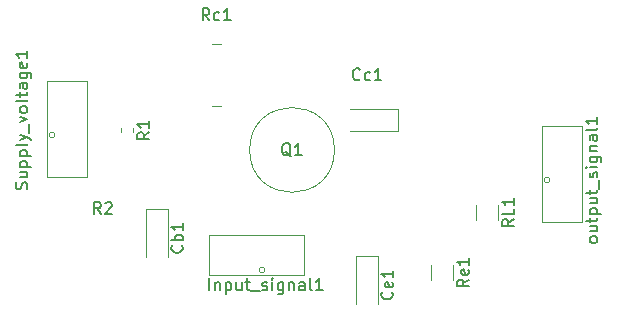
<source format=gto>
G04 #@! TF.GenerationSoftware,KiCad,Pcbnew,5.1.2-f72e74a~84~ubuntu18.04.1*
G04 #@! TF.CreationDate,2019-06-13T09:44:25+02:00*
G04 #@! TF.ProjectId,ampli_tres_simple,616d706c-695f-4747-9265-735f73696d70,rev?*
G04 #@! TF.SameCoordinates,Original*
G04 #@! TF.FileFunction,Legend,Top*
G04 #@! TF.FilePolarity,Positive*
%FSLAX46Y46*%
G04 Gerber Fmt 4.6, Leading zero omitted, Abs format (unit mm)*
G04 Created by KiCad (PCBNEW 5.1.2-f72e74a~84~ubuntu18.04.1) date 2019-06-13 09:44:25*
%MOMM*%
%LPD*%
G04 APERTURE LIST*
%ADD10C,0.120000*%
%ADD11C,0.150000*%
G04 APERTURE END LIST*
D10*
X170540000Y-136775436D02*
X170540000Y-137979564D01*
X172360000Y-136775436D02*
X172360000Y-137979564D01*
X174350000Y-131695436D02*
X174350000Y-132899564D01*
X176170000Y-131695436D02*
X176170000Y-132899564D01*
X151981248Y-123260000D02*
X152703752Y-123260000D01*
X151981248Y-118040000D02*
X152703752Y-118040000D01*
X180590000Y-129540000D02*
G75*
G03X180590000Y-129540000I-250000J0D01*
G01*
X179910000Y-133110000D02*
X179910000Y-125010000D01*
X183310000Y-125010000D02*
X183310000Y-133110000D01*
X179910000Y-133110000D02*
X183310000Y-133110000D01*
X179910000Y-125010000D02*
X183310000Y-125010000D01*
X167752500Y-123525000D02*
X163667500Y-123525000D01*
X167752500Y-125395000D02*
X167752500Y-123525000D01*
X163667500Y-125395000D02*
X167752500Y-125395000D01*
X138680000Y-125730000D02*
G75*
G03X138680000Y-125730000I-250000J0D01*
G01*
X138000000Y-129300000D02*
X138000000Y-121200000D01*
X141400000Y-121200000D02*
X141400000Y-129300000D01*
X138000000Y-129300000D02*
X141400000Y-129300000D01*
X138000000Y-121200000D02*
X141400000Y-121200000D01*
X162342102Y-127000000D02*
G75*
G03X162342102Y-127000000I-3592102J0D01*
G01*
X144270000Y-125163733D02*
X144270000Y-125506267D01*
X145290000Y-125163733D02*
X145290000Y-125506267D01*
X156460000Y-137160000D02*
G75*
G03X156460000Y-137160000I-250000J0D01*
G01*
X159780000Y-137590000D02*
X151680000Y-137590000D01*
X151680000Y-134190000D02*
X159780000Y-134190000D01*
X159780000Y-137590000D02*
X159780000Y-134190000D01*
X151680000Y-137590000D02*
X151680000Y-134190000D01*
X164165000Y-135945000D02*
X164165000Y-140030000D01*
X166035000Y-135945000D02*
X164165000Y-135945000D01*
X166035000Y-140030000D02*
X166035000Y-135945000D01*
X146385000Y-131967500D02*
X146385000Y-136052500D01*
X148255000Y-131967500D02*
X146385000Y-131967500D01*
X148255000Y-136052500D02*
X148255000Y-131967500D01*
D11*
X173722380Y-137972738D02*
X173246190Y-138306071D01*
X173722380Y-138544166D02*
X172722380Y-138544166D01*
X172722380Y-138163214D01*
X172770000Y-138067976D01*
X172817619Y-138020357D01*
X172912857Y-137972738D01*
X173055714Y-137972738D01*
X173150952Y-138020357D01*
X173198571Y-138067976D01*
X173246190Y-138163214D01*
X173246190Y-138544166D01*
X173674761Y-137163214D02*
X173722380Y-137258452D01*
X173722380Y-137448928D01*
X173674761Y-137544166D01*
X173579523Y-137591785D01*
X173198571Y-137591785D01*
X173103333Y-137544166D01*
X173055714Y-137448928D01*
X173055714Y-137258452D01*
X173103333Y-137163214D01*
X173198571Y-137115595D01*
X173293809Y-137115595D01*
X173389047Y-137591785D01*
X173722380Y-136163214D02*
X173722380Y-136734642D01*
X173722380Y-136448928D02*
X172722380Y-136448928D01*
X172865238Y-136544166D01*
X172960476Y-136639404D01*
X173008095Y-136734642D01*
X177532380Y-132868928D02*
X177056190Y-133202261D01*
X177532380Y-133440357D02*
X176532380Y-133440357D01*
X176532380Y-133059404D01*
X176580000Y-132964166D01*
X176627619Y-132916547D01*
X176722857Y-132868928D01*
X176865714Y-132868928D01*
X176960952Y-132916547D01*
X177008571Y-132964166D01*
X177056190Y-133059404D01*
X177056190Y-133440357D01*
X177532380Y-131964166D02*
X177532380Y-132440357D01*
X176532380Y-132440357D01*
X177532380Y-131107023D02*
X177532380Y-131678452D01*
X177532380Y-131392738D02*
X176532380Y-131392738D01*
X176675238Y-131487976D01*
X176770476Y-131583214D01*
X176818095Y-131678452D01*
X151747261Y-116022380D02*
X151413928Y-115546190D01*
X151175833Y-116022380D02*
X151175833Y-115022380D01*
X151556785Y-115022380D01*
X151652023Y-115070000D01*
X151699642Y-115117619D01*
X151747261Y-115212857D01*
X151747261Y-115355714D01*
X151699642Y-115450952D01*
X151652023Y-115498571D01*
X151556785Y-115546190D01*
X151175833Y-115546190D01*
X152604404Y-115974761D02*
X152509166Y-116022380D01*
X152318690Y-116022380D01*
X152223452Y-115974761D01*
X152175833Y-115927142D01*
X152128214Y-115831904D01*
X152128214Y-115546190D01*
X152175833Y-115450952D01*
X152223452Y-115403333D01*
X152318690Y-115355714D01*
X152509166Y-115355714D01*
X152604404Y-115403333D01*
X153556785Y-116022380D02*
X152985357Y-116022380D01*
X153271071Y-116022380D02*
X153271071Y-115022380D01*
X153175833Y-115165238D01*
X153080595Y-115260476D01*
X152985357Y-115308095D01*
X184602380Y-134659047D02*
X184554761Y-134754285D01*
X184507142Y-134801904D01*
X184411904Y-134849523D01*
X184126190Y-134849523D01*
X184030952Y-134801904D01*
X183983333Y-134754285D01*
X183935714Y-134659047D01*
X183935714Y-134516190D01*
X183983333Y-134420952D01*
X184030952Y-134373333D01*
X184126190Y-134325714D01*
X184411904Y-134325714D01*
X184507142Y-134373333D01*
X184554761Y-134420952D01*
X184602380Y-134516190D01*
X184602380Y-134659047D01*
X183935714Y-133468571D02*
X184602380Y-133468571D01*
X183935714Y-133897142D02*
X184459523Y-133897142D01*
X184554761Y-133849523D01*
X184602380Y-133754285D01*
X184602380Y-133611428D01*
X184554761Y-133516190D01*
X184507142Y-133468571D01*
X183935714Y-133135238D02*
X183935714Y-132754285D01*
X183602380Y-132992380D02*
X184459523Y-132992380D01*
X184554761Y-132944761D01*
X184602380Y-132849523D01*
X184602380Y-132754285D01*
X183935714Y-132420952D02*
X184935714Y-132420952D01*
X183983333Y-132420952D02*
X183935714Y-132325714D01*
X183935714Y-132135238D01*
X183983333Y-132040000D01*
X184030952Y-131992380D01*
X184126190Y-131944761D01*
X184411904Y-131944761D01*
X184507142Y-131992380D01*
X184554761Y-132040000D01*
X184602380Y-132135238D01*
X184602380Y-132325714D01*
X184554761Y-132420952D01*
X183935714Y-131087619D02*
X184602380Y-131087619D01*
X183935714Y-131516190D02*
X184459523Y-131516190D01*
X184554761Y-131468571D01*
X184602380Y-131373333D01*
X184602380Y-131230476D01*
X184554761Y-131135238D01*
X184507142Y-131087619D01*
X183935714Y-130754285D02*
X183935714Y-130373333D01*
X183602380Y-130611428D02*
X184459523Y-130611428D01*
X184554761Y-130563809D01*
X184602380Y-130468571D01*
X184602380Y-130373333D01*
X184697619Y-130278095D02*
X184697619Y-129516190D01*
X184554761Y-129325714D02*
X184602380Y-129230476D01*
X184602380Y-129040000D01*
X184554761Y-128944761D01*
X184459523Y-128897142D01*
X184411904Y-128897142D01*
X184316666Y-128944761D01*
X184269047Y-129040000D01*
X184269047Y-129182857D01*
X184221428Y-129278095D01*
X184126190Y-129325714D01*
X184078571Y-129325714D01*
X183983333Y-129278095D01*
X183935714Y-129182857D01*
X183935714Y-129040000D01*
X183983333Y-128944761D01*
X184602380Y-128468571D02*
X183935714Y-128468571D01*
X183602380Y-128468571D02*
X183650000Y-128516190D01*
X183697619Y-128468571D01*
X183650000Y-128420952D01*
X183602380Y-128468571D01*
X183697619Y-128468571D01*
X183935714Y-127563809D02*
X184745238Y-127563809D01*
X184840476Y-127611428D01*
X184888095Y-127659047D01*
X184935714Y-127754285D01*
X184935714Y-127897142D01*
X184888095Y-127992380D01*
X184554761Y-127563809D02*
X184602380Y-127659047D01*
X184602380Y-127849523D01*
X184554761Y-127944761D01*
X184507142Y-127992380D01*
X184411904Y-128040000D01*
X184126190Y-128040000D01*
X184030952Y-127992380D01*
X183983333Y-127944761D01*
X183935714Y-127849523D01*
X183935714Y-127659047D01*
X183983333Y-127563809D01*
X183935714Y-127087619D02*
X184602380Y-127087619D01*
X184030952Y-127087619D02*
X183983333Y-127040000D01*
X183935714Y-126944761D01*
X183935714Y-126801904D01*
X183983333Y-126706666D01*
X184078571Y-126659047D01*
X184602380Y-126659047D01*
X184602380Y-125754285D02*
X184078571Y-125754285D01*
X183983333Y-125801904D01*
X183935714Y-125897142D01*
X183935714Y-126087619D01*
X183983333Y-126182857D01*
X184554761Y-125754285D02*
X184602380Y-125849523D01*
X184602380Y-126087619D01*
X184554761Y-126182857D01*
X184459523Y-126230476D01*
X184364285Y-126230476D01*
X184269047Y-126182857D01*
X184221428Y-126087619D01*
X184221428Y-125849523D01*
X184173809Y-125754285D01*
X184602380Y-125135238D02*
X184554761Y-125230476D01*
X184459523Y-125278095D01*
X183602380Y-125278095D01*
X184602380Y-124230476D02*
X184602380Y-124801904D01*
X184602380Y-124516190D02*
X183602380Y-124516190D01*
X183745238Y-124611428D01*
X183840476Y-124706666D01*
X183888095Y-124801904D01*
X164504761Y-121007142D02*
X164457142Y-121054761D01*
X164314285Y-121102380D01*
X164219047Y-121102380D01*
X164076190Y-121054761D01*
X163980952Y-120959523D01*
X163933333Y-120864285D01*
X163885714Y-120673809D01*
X163885714Y-120530952D01*
X163933333Y-120340476D01*
X163980952Y-120245238D01*
X164076190Y-120150000D01*
X164219047Y-120102380D01*
X164314285Y-120102380D01*
X164457142Y-120150000D01*
X164504761Y-120197619D01*
X165361904Y-121054761D02*
X165266666Y-121102380D01*
X165076190Y-121102380D01*
X164980952Y-121054761D01*
X164933333Y-121007142D01*
X164885714Y-120911904D01*
X164885714Y-120626190D01*
X164933333Y-120530952D01*
X164980952Y-120483333D01*
X165076190Y-120435714D01*
X165266666Y-120435714D01*
X165361904Y-120483333D01*
X166314285Y-121102380D02*
X165742857Y-121102380D01*
X166028571Y-121102380D02*
X166028571Y-120102380D01*
X165933333Y-120245238D01*
X165838095Y-120340476D01*
X165742857Y-120388095D01*
X136294761Y-130317142D02*
X136342380Y-130174285D01*
X136342380Y-129936190D01*
X136294761Y-129840952D01*
X136247142Y-129793333D01*
X136151904Y-129745714D01*
X136056666Y-129745714D01*
X135961428Y-129793333D01*
X135913809Y-129840952D01*
X135866190Y-129936190D01*
X135818571Y-130126666D01*
X135770952Y-130221904D01*
X135723333Y-130269523D01*
X135628095Y-130317142D01*
X135532857Y-130317142D01*
X135437619Y-130269523D01*
X135390000Y-130221904D01*
X135342380Y-130126666D01*
X135342380Y-129888571D01*
X135390000Y-129745714D01*
X135675714Y-128888571D02*
X136342380Y-128888571D01*
X135675714Y-129317142D02*
X136199523Y-129317142D01*
X136294761Y-129269523D01*
X136342380Y-129174285D01*
X136342380Y-129031428D01*
X136294761Y-128936190D01*
X136247142Y-128888571D01*
X135675714Y-128412380D02*
X136675714Y-128412380D01*
X135723333Y-128412380D02*
X135675714Y-128317142D01*
X135675714Y-128126666D01*
X135723333Y-128031428D01*
X135770952Y-127983809D01*
X135866190Y-127936190D01*
X136151904Y-127936190D01*
X136247142Y-127983809D01*
X136294761Y-128031428D01*
X136342380Y-128126666D01*
X136342380Y-128317142D01*
X136294761Y-128412380D01*
X135675714Y-127507619D02*
X136675714Y-127507619D01*
X135723333Y-127507619D02*
X135675714Y-127412380D01*
X135675714Y-127221904D01*
X135723333Y-127126666D01*
X135770952Y-127079047D01*
X135866190Y-127031428D01*
X136151904Y-127031428D01*
X136247142Y-127079047D01*
X136294761Y-127126666D01*
X136342380Y-127221904D01*
X136342380Y-127412380D01*
X136294761Y-127507619D01*
X136342380Y-126460000D02*
X136294761Y-126555238D01*
X136199523Y-126602857D01*
X135342380Y-126602857D01*
X135675714Y-126174285D02*
X136342380Y-125936190D01*
X135675714Y-125698095D02*
X136342380Y-125936190D01*
X136580476Y-126031428D01*
X136628095Y-126079047D01*
X136675714Y-126174285D01*
X136437619Y-125555238D02*
X136437619Y-124793333D01*
X135675714Y-124650476D02*
X136342380Y-124412380D01*
X135675714Y-124174285D01*
X136342380Y-123650476D02*
X136294761Y-123745714D01*
X136247142Y-123793333D01*
X136151904Y-123840952D01*
X135866190Y-123840952D01*
X135770952Y-123793333D01*
X135723333Y-123745714D01*
X135675714Y-123650476D01*
X135675714Y-123507619D01*
X135723333Y-123412380D01*
X135770952Y-123364761D01*
X135866190Y-123317142D01*
X136151904Y-123317142D01*
X136247142Y-123364761D01*
X136294761Y-123412380D01*
X136342380Y-123507619D01*
X136342380Y-123650476D01*
X136342380Y-122745714D02*
X136294761Y-122840952D01*
X136199523Y-122888571D01*
X135342380Y-122888571D01*
X135675714Y-122507619D02*
X135675714Y-122126666D01*
X135342380Y-122364761D02*
X136199523Y-122364761D01*
X136294761Y-122317142D01*
X136342380Y-122221904D01*
X136342380Y-122126666D01*
X136342380Y-121364761D02*
X135818571Y-121364761D01*
X135723333Y-121412380D01*
X135675714Y-121507619D01*
X135675714Y-121698095D01*
X135723333Y-121793333D01*
X136294761Y-121364761D02*
X136342380Y-121460000D01*
X136342380Y-121698095D01*
X136294761Y-121793333D01*
X136199523Y-121840952D01*
X136104285Y-121840952D01*
X136009047Y-121793333D01*
X135961428Y-121698095D01*
X135961428Y-121460000D01*
X135913809Y-121364761D01*
X135675714Y-120460000D02*
X136485238Y-120460000D01*
X136580476Y-120507619D01*
X136628095Y-120555238D01*
X136675714Y-120650476D01*
X136675714Y-120793333D01*
X136628095Y-120888571D01*
X136294761Y-120460000D02*
X136342380Y-120555238D01*
X136342380Y-120745714D01*
X136294761Y-120840952D01*
X136247142Y-120888571D01*
X136151904Y-120936190D01*
X135866190Y-120936190D01*
X135770952Y-120888571D01*
X135723333Y-120840952D01*
X135675714Y-120745714D01*
X135675714Y-120555238D01*
X135723333Y-120460000D01*
X136294761Y-119602857D02*
X136342380Y-119698095D01*
X136342380Y-119888571D01*
X136294761Y-119983809D01*
X136199523Y-120031428D01*
X135818571Y-120031428D01*
X135723333Y-119983809D01*
X135675714Y-119888571D01*
X135675714Y-119698095D01*
X135723333Y-119602857D01*
X135818571Y-119555238D01*
X135913809Y-119555238D01*
X136009047Y-120031428D01*
X136342380Y-118602857D02*
X136342380Y-119174285D01*
X136342380Y-118888571D02*
X135342380Y-118888571D01*
X135485238Y-118983809D01*
X135580476Y-119079047D01*
X135628095Y-119174285D01*
X158654761Y-127547619D02*
X158559523Y-127500000D01*
X158464285Y-127404761D01*
X158321428Y-127261904D01*
X158226190Y-127214285D01*
X158130952Y-127214285D01*
X158178571Y-127452380D02*
X158083333Y-127404761D01*
X157988095Y-127309523D01*
X157940476Y-127119047D01*
X157940476Y-126785714D01*
X157988095Y-126595238D01*
X158083333Y-126500000D01*
X158178571Y-126452380D01*
X158369047Y-126452380D01*
X158464285Y-126500000D01*
X158559523Y-126595238D01*
X158607142Y-126785714D01*
X158607142Y-127119047D01*
X158559523Y-127309523D01*
X158464285Y-127404761D01*
X158369047Y-127452380D01*
X158178571Y-127452380D01*
X159559523Y-127452380D02*
X158988095Y-127452380D01*
X159273809Y-127452380D02*
X159273809Y-126452380D01*
X159178571Y-126595238D01*
X159083333Y-126690476D01*
X158988095Y-126738095D01*
X146662380Y-125501666D02*
X146186190Y-125835000D01*
X146662380Y-126073095D02*
X145662380Y-126073095D01*
X145662380Y-125692142D01*
X145710000Y-125596904D01*
X145757619Y-125549285D01*
X145852857Y-125501666D01*
X145995714Y-125501666D01*
X146090952Y-125549285D01*
X146138571Y-125596904D01*
X146186190Y-125692142D01*
X146186190Y-126073095D01*
X146662380Y-124549285D02*
X146662380Y-125120714D01*
X146662380Y-124835000D02*
X145662380Y-124835000D01*
X145805238Y-124930238D01*
X145900476Y-125025476D01*
X145948095Y-125120714D01*
X151758095Y-138882380D02*
X151758095Y-137882380D01*
X152234285Y-138215714D02*
X152234285Y-138882380D01*
X152234285Y-138310952D02*
X152281904Y-138263333D01*
X152377142Y-138215714D01*
X152520000Y-138215714D01*
X152615238Y-138263333D01*
X152662857Y-138358571D01*
X152662857Y-138882380D01*
X153139047Y-138215714D02*
X153139047Y-139215714D01*
X153139047Y-138263333D02*
X153234285Y-138215714D01*
X153424761Y-138215714D01*
X153520000Y-138263333D01*
X153567619Y-138310952D01*
X153615238Y-138406190D01*
X153615238Y-138691904D01*
X153567619Y-138787142D01*
X153520000Y-138834761D01*
X153424761Y-138882380D01*
X153234285Y-138882380D01*
X153139047Y-138834761D01*
X154472380Y-138215714D02*
X154472380Y-138882380D01*
X154043809Y-138215714D02*
X154043809Y-138739523D01*
X154091428Y-138834761D01*
X154186666Y-138882380D01*
X154329523Y-138882380D01*
X154424761Y-138834761D01*
X154472380Y-138787142D01*
X154805714Y-138215714D02*
X155186666Y-138215714D01*
X154948571Y-137882380D02*
X154948571Y-138739523D01*
X154996190Y-138834761D01*
X155091428Y-138882380D01*
X155186666Y-138882380D01*
X155281904Y-138977619D02*
X156043809Y-138977619D01*
X156234285Y-138834761D02*
X156329523Y-138882380D01*
X156520000Y-138882380D01*
X156615238Y-138834761D01*
X156662857Y-138739523D01*
X156662857Y-138691904D01*
X156615238Y-138596666D01*
X156520000Y-138549047D01*
X156377142Y-138549047D01*
X156281904Y-138501428D01*
X156234285Y-138406190D01*
X156234285Y-138358571D01*
X156281904Y-138263333D01*
X156377142Y-138215714D01*
X156520000Y-138215714D01*
X156615238Y-138263333D01*
X157091428Y-138882380D02*
X157091428Y-138215714D01*
X157091428Y-137882380D02*
X157043809Y-137930000D01*
X157091428Y-137977619D01*
X157139047Y-137930000D01*
X157091428Y-137882380D01*
X157091428Y-137977619D01*
X157996190Y-138215714D02*
X157996190Y-139025238D01*
X157948571Y-139120476D01*
X157900952Y-139168095D01*
X157805714Y-139215714D01*
X157662857Y-139215714D01*
X157567619Y-139168095D01*
X157996190Y-138834761D02*
X157900952Y-138882380D01*
X157710476Y-138882380D01*
X157615238Y-138834761D01*
X157567619Y-138787142D01*
X157520000Y-138691904D01*
X157520000Y-138406190D01*
X157567619Y-138310952D01*
X157615238Y-138263333D01*
X157710476Y-138215714D01*
X157900952Y-138215714D01*
X157996190Y-138263333D01*
X158472380Y-138215714D02*
X158472380Y-138882380D01*
X158472380Y-138310952D02*
X158520000Y-138263333D01*
X158615238Y-138215714D01*
X158758095Y-138215714D01*
X158853333Y-138263333D01*
X158900952Y-138358571D01*
X158900952Y-138882380D01*
X159805714Y-138882380D02*
X159805714Y-138358571D01*
X159758095Y-138263333D01*
X159662857Y-138215714D01*
X159472380Y-138215714D01*
X159377142Y-138263333D01*
X159805714Y-138834761D02*
X159710476Y-138882380D01*
X159472380Y-138882380D01*
X159377142Y-138834761D01*
X159329523Y-138739523D01*
X159329523Y-138644285D01*
X159377142Y-138549047D01*
X159472380Y-138501428D01*
X159710476Y-138501428D01*
X159805714Y-138453809D01*
X160424761Y-138882380D02*
X160329523Y-138834761D01*
X160281904Y-138739523D01*
X160281904Y-137882380D01*
X161329523Y-138882380D02*
X160758095Y-138882380D01*
X161043809Y-138882380D02*
X161043809Y-137882380D01*
X160948571Y-138025238D01*
X160853333Y-138120476D01*
X160758095Y-138168095D01*
X142558333Y-132432380D02*
X142225000Y-131956190D01*
X141986904Y-132432380D02*
X141986904Y-131432380D01*
X142367857Y-131432380D01*
X142463095Y-131480000D01*
X142510714Y-131527619D01*
X142558333Y-131622857D01*
X142558333Y-131765714D01*
X142510714Y-131860952D01*
X142463095Y-131908571D01*
X142367857Y-131956190D01*
X141986904Y-131956190D01*
X142939285Y-131527619D02*
X142986904Y-131480000D01*
X143082142Y-131432380D01*
X143320238Y-131432380D01*
X143415476Y-131480000D01*
X143463095Y-131527619D01*
X143510714Y-131622857D01*
X143510714Y-131718095D01*
X143463095Y-131860952D01*
X142891666Y-132432380D01*
X143510714Y-132432380D01*
X167207142Y-139025238D02*
X167254761Y-139072857D01*
X167302380Y-139215714D01*
X167302380Y-139310952D01*
X167254761Y-139453809D01*
X167159523Y-139549047D01*
X167064285Y-139596666D01*
X166873809Y-139644285D01*
X166730952Y-139644285D01*
X166540476Y-139596666D01*
X166445238Y-139549047D01*
X166350000Y-139453809D01*
X166302380Y-139310952D01*
X166302380Y-139215714D01*
X166350000Y-139072857D01*
X166397619Y-139025238D01*
X167254761Y-138215714D02*
X167302380Y-138310952D01*
X167302380Y-138501428D01*
X167254761Y-138596666D01*
X167159523Y-138644285D01*
X166778571Y-138644285D01*
X166683333Y-138596666D01*
X166635714Y-138501428D01*
X166635714Y-138310952D01*
X166683333Y-138215714D01*
X166778571Y-138168095D01*
X166873809Y-138168095D01*
X166969047Y-138644285D01*
X167302380Y-137215714D02*
X167302380Y-137787142D01*
X167302380Y-137501428D02*
X166302380Y-137501428D01*
X166445238Y-137596666D01*
X166540476Y-137691904D01*
X166588095Y-137787142D01*
X149427142Y-135071547D02*
X149474761Y-135119166D01*
X149522380Y-135262023D01*
X149522380Y-135357261D01*
X149474761Y-135500119D01*
X149379523Y-135595357D01*
X149284285Y-135642976D01*
X149093809Y-135690595D01*
X148950952Y-135690595D01*
X148760476Y-135642976D01*
X148665238Y-135595357D01*
X148570000Y-135500119D01*
X148522380Y-135357261D01*
X148522380Y-135262023D01*
X148570000Y-135119166D01*
X148617619Y-135071547D01*
X149522380Y-134642976D02*
X148522380Y-134642976D01*
X148903333Y-134642976D02*
X148855714Y-134547738D01*
X148855714Y-134357261D01*
X148903333Y-134262023D01*
X148950952Y-134214404D01*
X149046190Y-134166785D01*
X149331904Y-134166785D01*
X149427142Y-134214404D01*
X149474761Y-134262023D01*
X149522380Y-134357261D01*
X149522380Y-134547738D01*
X149474761Y-134642976D01*
X149522380Y-133214404D02*
X149522380Y-133785833D01*
X149522380Y-133500119D02*
X148522380Y-133500119D01*
X148665238Y-133595357D01*
X148760476Y-133690595D01*
X148808095Y-133785833D01*
M02*

</source>
